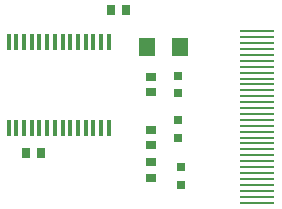
<source format=gtp>
G75*
%MOIN*%
%OFA0B0*%
%FSLAX25Y25*%
%IPPOS*%
%LPD*%
%AMOC8*
5,1,8,0,0,1.08239X$1,22.5*
%
%ADD10R,0.05512X0.06299*%
%ADD11R,0.03150X0.03150*%
%ADD12R,0.03543X0.02756*%
%ADD13R,0.01370X0.05500*%
%ADD14R,0.02756X0.03543*%
%ADD15R,0.11811X0.00984*%
D10*
X0194963Y0166571D03*
X0205987Y0166571D03*
D11*
X0206089Y0120709D03*
X0206089Y0126614D03*
X0205105Y0136457D03*
X0205105Y0142362D03*
X0205105Y0151220D03*
X0205105Y0157126D03*
D12*
X0196247Y0156732D03*
X0196247Y0151614D03*
X0196247Y0139016D03*
X0196247Y0133898D03*
X0196247Y0128189D03*
X0196247Y0123071D03*
D13*
X0182109Y0139677D03*
X0179550Y0139677D03*
X0176991Y0139677D03*
X0174432Y0139677D03*
X0171873Y0139677D03*
X0169314Y0139677D03*
X0166755Y0139677D03*
X0164196Y0139677D03*
X0161636Y0139677D03*
X0159077Y0139677D03*
X0156518Y0139677D03*
X0153959Y0139677D03*
X0151400Y0139677D03*
X0148841Y0139677D03*
X0148841Y0168465D03*
X0151400Y0168465D03*
X0153959Y0168465D03*
X0156518Y0168465D03*
X0159077Y0168465D03*
X0161636Y0168465D03*
X0164196Y0168465D03*
X0166755Y0168465D03*
X0169314Y0168465D03*
X0171873Y0168465D03*
X0174432Y0168465D03*
X0176991Y0168465D03*
X0179550Y0168465D03*
X0182109Y0168465D03*
D14*
X0182916Y0179071D03*
X0188034Y0179071D03*
X0159696Y0131244D03*
X0154577Y0131244D03*
D15*
X0231680Y0130551D03*
X0231680Y0128583D03*
X0231680Y0126614D03*
X0231680Y0124646D03*
X0231680Y0122677D03*
X0231680Y0120709D03*
X0231680Y0118740D03*
X0231680Y0116772D03*
X0231680Y0114803D03*
X0231680Y0132520D03*
X0231680Y0134488D03*
X0231680Y0136457D03*
X0231680Y0138425D03*
X0231680Y0140394D03*
X0231680Y0142362D03*
X0231680Y0144331D03*
X0231680Y0146299D03*
X0231680Y0148268D03*
X0231680Y0150236D03*
X0231680Y0152205D03*
X0231680Y0154173D03*
X0231680Y0156142D03*
X0231680Y0158110D03*
X0231680Y0160079D03*
X0231680Y0162047D03*
X0231680Y0164016D03*
X0231680Y0165984D03*
X0231680Y0167953D03*
X0231680Y0169921D03*
X0231680Y0171890D03*
M02*

</source>
